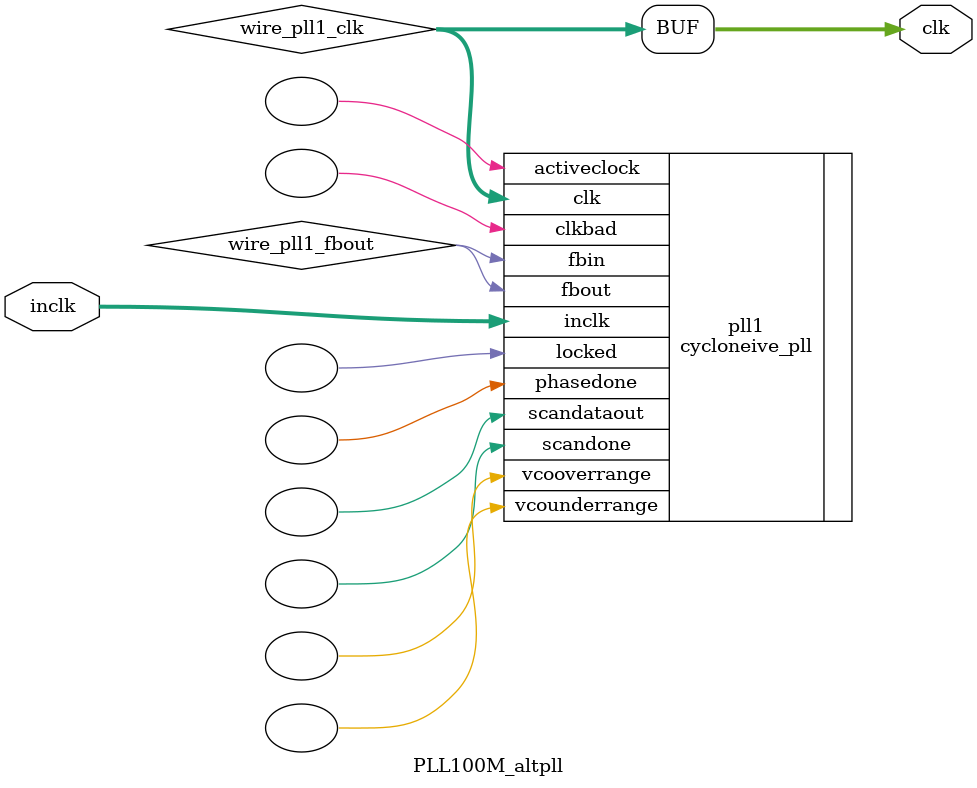
<source format=v>






//synthesis_resources = cycloneive_pll 1 
//synopsys translate_off
`timescale 1 ps / 1 ps
//synopsys translate_on
module  PLL100M_altpll
	( 
	clk,
	inclk) /* synthesis synthesis_clearbox=1 */;
	output   [4:0]  clk;
	input   [1:0]  inclk;
`ifndef ALTERA_RESERVED_QIS
// synopsys translate_off
`endif
	tri0   [1:0]  inclk;
`ifndef ALTERA_RESERVED_QIS
// synopsys translate_on
`endif

	wire  [4:0]   wire_pll1_clk;
	wire  wire_pll1_fbout;

	cycloneive_pll   pll1
	( 
	.activeclock(),
	.clk(wire_pll1_clk),
	.clkbad(),
	.fbin(wire_pll1_fbout),
	.fbout(wire_pll1_fbout),
	.inclk(inclk),
	.locked(),
	.phasedone(),
	.scandataout(),
	.scandone(),
	.vcooverrange(),
	.vcounderrange()
	`ifndef FORMAL_VERIFICATION
	// synopsys translate_off
	`endif
	,
	.areset(1'b0),
	.clkswitch(1'b0),
	.configupdate(1'b0),
	.pfdena(1'b1),
	.phasecounterselect({3{1'b0}}),
	.phasestep(1'b0),
	.phaseupdown(1'b0),
	.scanclk(1'b0),
	.scanclkena(1'b1),
	.scandata(1'b0)
	`ifndef FORMAL_VERIFICATION
	// synopsys translate_on
	`endif
	);
	defparam
		pll1.bandwidth_type = "auto",
		pll1.clk0_divide_by = 1,
		pll1.clk0_duty_cycle = 50,
		pll1.clk0_multiply_by = 2,
		pll1.clk0_phase_shift = "0",
		pll1.compensate_clock = "clk0",
		pll1.inclk0_input_frequency = 20000,
		pll1.operation_mode = "normal",
		pll1.pll_type = "auto",
		pll1.lpm_type = "cycloneive_pll";
	assign
		clk = {wire_pll1_clk[4:0]};
endmodule //PLL100M_altpll
//VALID FILE

</source>
